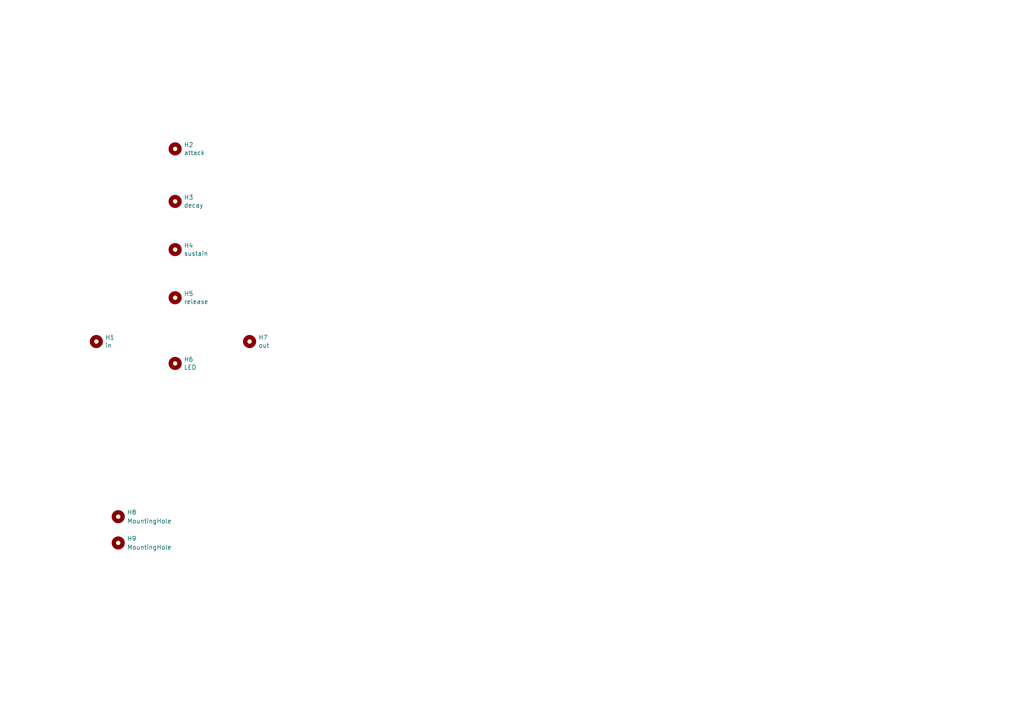
<source format=kicad_sch>
(kicad_sch (version 20230121) (generator eeschema)
  (paper "A4")
  (lib_symbols
    (symbol "Mechanical:MountingHole" (pin_names (offset 1.016))
      (property "Reference" "H" (at 0 5.08 0))
      (property "Value" "MountingHole" (at 0 3.175 0))
      (symbol "MountingHole_0_1"
        (circle (center 0 0) (radius 1.27) (stroke (width 1.27)))
      )
    )
  )
  (symbol (lib_id "Mechanical:MountingHole") (at 50.8 43.18 0) (unit 1)
    (property "Reference" "H2" (at 53.34 42.0116 0) (effects (justify left)))
    (property "Value" "attack" (at 53.34 44.323 0) (effects (justify left)))
    (property "Footprint" "elektrophon:panel_potentiometer" (effects hide))
  )
  (symbol (lib_id "Mechanical:MountingHole") (at 50.8 58.42 0) (unit 1)
    (property "Reference" "H3" (at 53.34 57.2516 0) (effects (justify left)))
    (property "Value" "decay" (at 53.34 59.563 0) (effects (justify left)))
    (property "Footprint" "elektrophon:panel_potentiometer" (effects hide))
  )
  (symbol (lib_id "Mechanical:MountingHole") (at 50.8 72.39 0) (unit 1)
    (property "Reference" "H4" (at 53.34 71.2216 0) (effects (justify left)))
    (property "Value" "sustain" (at 53.34 73.533 0) (effects (justify left)))
    (property "Footprint" "elektrophon:panel_potentiometer" (effects hide))
  )
  (symbol (lib_id "Mechanical:MountingHole") (at 50.8 86.36 0) (unit 1)
    (property "Reference" "H5" (at 53.34 85.1916 0) (effects (justify left)))
    (property "Value" "release" (at 53.34 87.503 0) (effects (justify left)))
    (property "Footprint" "elektrophon:panel_potentiometer" (effects hide))
  )
  (symbol (lib_id "Mechanical:MountingHole") (at 27.94 99.06 0) (unit 1)
    (property "Reference" "H1" (at 30.48 97.8916 0) (effects (justify left)))
    (property "Value" "in" (at 30.48 100.203 0) (effects (justify left)))
    (property "Footprint" "elektrophon:panel_jack" (effects hide))
  )
  (symbol (lib_id "Mechanical:MountingHole") (at 72.39 99.06 0) (unit 1)
    (property "Reference" "H7" (at 74.93 97.8916 0) (effects (justify left)))
    (property "Value" "out" (at 74.93 100.203 0) (effects (justify left)))
    (property "Footprint" "elektrophon:panel_jack" (effects hide))
  )
  (symbol (lib_id "Mechanical:MountingHole") (at 50.8 105.41 0) (unit 1)
    (property "Reference" "H6" (at 53.34 104.2416 0) (effects (justify left)))
    (property "Value" "LED" (at 53.34 106.553 0) (effects (justify left)))
    (property "Footprint" "elektrophon:LED_Monitor" (effects hide))
  )
  (symbol (lib_id "Mechanical:MountingHole") (at 34.29 149.86 0) (unit 1)
    (property "Reference" "H8" (at 36.83 148.59 0) (effects (justify left)))
    (property "Value" "MountingHole" (at 36.83 151.13 0) (effects (justify left)))
    (property "Footprint" "elektrophon:MountingHole_Panel_3.2mm_M3" (effects hide))
  )
  (symbol (lib_id "Mechanical:MountingHole") (at 34.29 157.48 0) (unit 1)
    (property "Reference" "H9" (at 36.83 156.21 0) (effects (justify left)))
    (property "Value" "MountingHole" (at 36.83 158.75 0) (effects (justify left)))
    (property "Footprint" "elektrophon:MountingHole_Panel_3.2mm_M3" (effects hide))
  )
)
</source>
